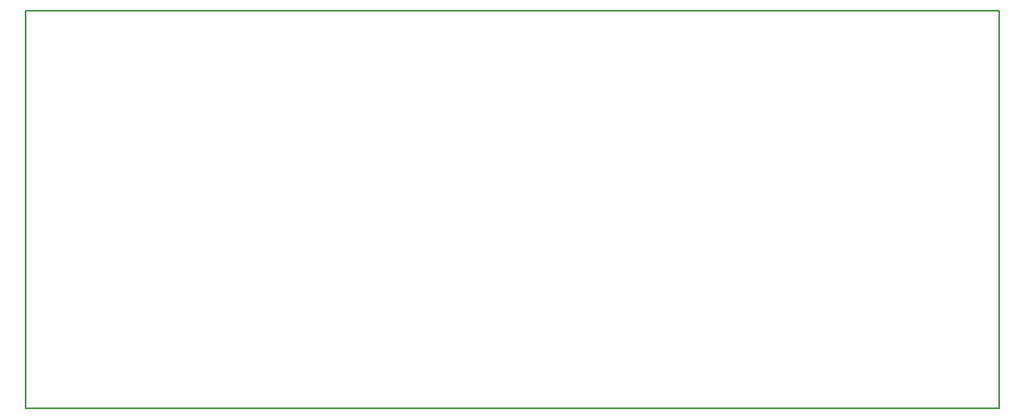
<source format=gbr>
G04 #@! TF.GenerationSoftware,KiCad,Pcbnew,5.0.0-rc2-dev-unknown-94c7809~62~ubuntu16.04.1*
G04 #@! TF.CreationDate,2018-03-26T01:26:19-07:00*
G04 #@! TF.ProjectId,LR7833_Bridge,4C52373833335F4272696467652E6B69,rev?*
G04 #@! TF.SameCoordinates,Original*
G04 #@! TF.FileFunction,Profile,NP*
%FSLAX46Y46*%
G04 Gerber Fmt 4.6, Leading zero omitted, Abs format (unit mm)*
G04 Created by KiCad (PCBNEW 5.0.0-rc2-dev-unknown-94c7809~62~ubuntu16.04.1) date Mon Mar 26 01:26:19 2018*
%MOMM*%
%LPD*%
G01*
G04 APERTURE LIST*
%ADD10C,0.200000*%
G04 APERTURE END LIST*
D10*
X250000Y0D02*
X250000Y40750000D01*
X100000000Y0D02*
X250000Y0D01*
X100000000Y40750000D02*
X100000000Y0D01*
X250000Y40750000D02*
X100000000Y40750000D01*
M02*

</source>
